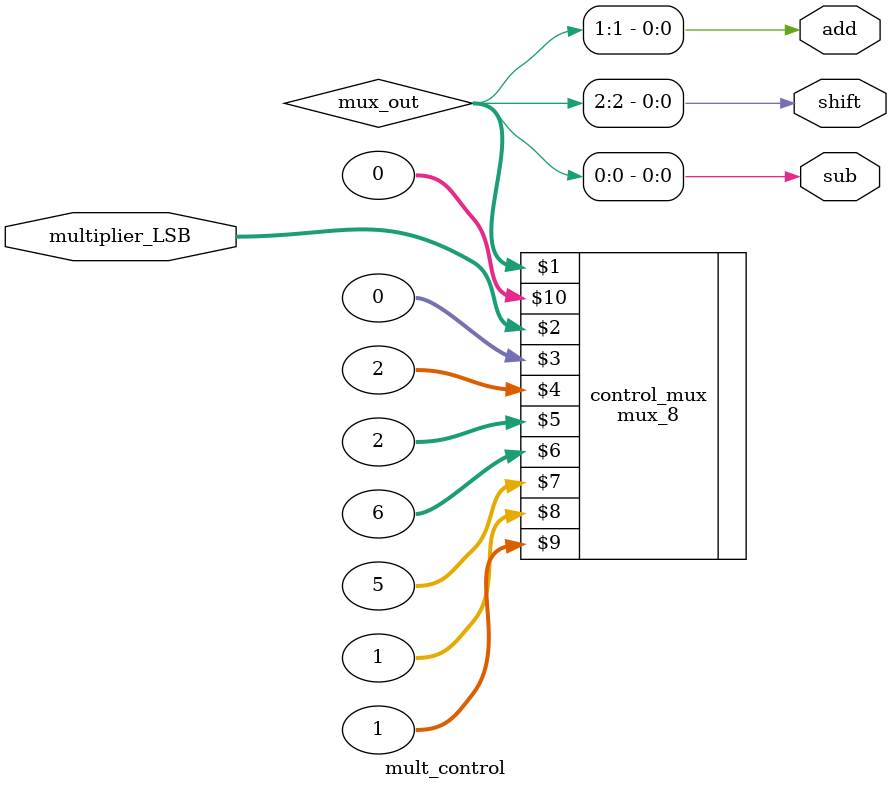
<source format=v>
module mult_control(multiplier_LSB, shift, add, sub);
    input [2:0] multiplier_LSB;
    output sub, shift, add;

    
    // mux output is sub=1st bit, add=2nd bit, shift=3rd bit
    wire [31:0] mux_out;
    mux_8 control_mux(mux_out, multiplier_LSB, 32'b000, 32'b010, 32'b010, 32'b110, 32'b101, 32'b001, 32'b001, 32'b000);

    assign sub = mux_out[0];
    assign shift = mux_out[2];
    assign add = mux_out[1];
    
endmodule
</source>
